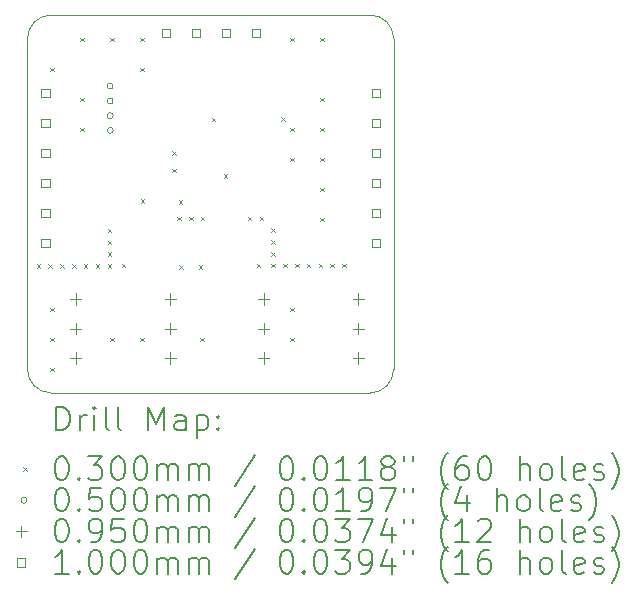
<source format=gbr>
%TF.GenerationSoftware,KiCad,Pcbnew,7.0.1*%
%TF.CreationDate,2023-07-15T19:28:22+02:00*%
%TF.ProjectId,ADS1115_POTENTIOMETER,41445331-3131-4355-9f50-4f54454e5449,1*%
%TF.SameCoordinates,Original*%
%TF.FileFunction,Drillmap*%
%TF.FilePolarity,Positive*%
%FSLAX45Y45*%
G04 Gerber Fmt 4.5, Leading zero omitted, Abs format (unit mm)*
G04 Created by KiCad (PCBNEW 7.0.1) date 2023-07-15 19:28:22*
%MOMM*%
%LPD*%
G01*
G04 APERTURE LIST*
%ADD10C,0.100000*%
%ADD11C,0.200000*%
%ADD12C,0.030000*%
%ADD13C,0.050000*%
%ADD14C,0.095000*%
G04 APERTURE END LIST*
D10*
X11739545Y-7881035D02*
G75*
G03*
X11939545Y-7681036I5J199995D01*
G01*
X8839554Y-7681036D02*
G75*
G03*
X9039545Y-7881036I199997J-4D01*
G01*
X11939545Y-7681036D02*
X11939545Y-4881037D01*
X11739545Y-4681037D02*
X9039545Y-4681037D01*
X11939553Y-4881037D02*
G75*
G03*
X11739545Y-4681037I-200004J-4D01*
G01*
X9039545Y-7881036D02*
X11739545Y-7881036D01*
X8839545Y-4881037D02*
X8839545Y-7681036D01*
X9039545Y-4681035D02*
G75*
G03*
X8839545Y-4881037I5J-200005D01*
G01*
D11*
D12*
X8917045Y-6791036D02*
X8947045Y-6821036D01*
X8947045Y-6791036D02*
X8917045Y-6821036D01*
X9017045Y-6791036D02*
X9047045Y-6821036D01*
X9047045Y-6791036D02*
X9017045Y-6821036D01*
X9031045Y-5126537D02*
X9061045Y-5156537D01*
X9061045Y-5126537D02*
X9031045Y-5156537D01*
X9031045Y-7158536D02*
X9061045Y-7188536D01*
X9061045Y-7158536D02*
X9031045Y-7188536D01*
X9031045Y-7412536D02*
X9061045Y-7442536D01*
X9061045Y-7412536D02*
X9031045Y-7442536D01*
X9031045Y-7666536D02*
X9061045Y-7696536D01*
X9061045Y-7666536D02*
X9031045Y-7696536D01*
X9117045Y-6791036D02*
X9147045Y-6821036D01*
X9147045Y-6791036D02*
X9117045Y-6821036D01*
X9217045Y-6791036D02*
X9247045Y-6821036D01*
X9247045Y-6791036D02*
X9217045Y-6821036D01*
X9285045Y-4872537D02*
X9315045Y-4902537D01*
X9315045Y-4872537D02*
X9285045Y-4902537D01*
X9285045Y-5380537D02*
X9315045Y-5410537D01*
X9315045Y-5380537D02*
X9285045Y-5410537D01*
X9285045Y-5634536D02*
X9315045Y-5664536D01*
X9315045Y-5634536D02*
X9285045Y-5664536D01*
X9317045Y-6791036D02*
X9347045Y-6821036D01*
X9347045Y-6791036D02*
X9317045Y-6821036D01*
X9417045Y-6791036D02*
X9447045Y-6821036D01*
X9447045Y-6791036D02*
X9417045Y-6821036D01*
X9517045Y-6491036D02*
X9547045Y-6521036D01*
X9547045Y-6491036D02*
X9517045Y-6521036D01*
X9517045Y-6591037D02*
X9547045Y-6621037D01*
X9547045Y-6591037D02*
X9517045Y-6621037D01*
X9517045Y-6691036D02*
X9547045Y-6721036D01*
X9547045Y-6691036D02*
X9517045Y-6721036D01*
X9517045Y-6791036D02*
X9547045Y-6821036D01*
X9547045Y-6791036D02*
X9517045Y-6821036D01*
X9539045Y-4872537D02*
X9569045Y-4902537D01*
X9569045Y-4872537D02*
X9539045Y-4902537D01*
X9539045Y-7412536D02*
X9569045Y-7442536D01*
X9569045Y-7412536D02*
X9539045Y-7442536D01*
X9637045Y-6788536D02*
X9667045Y-6818536D01*
X9667045Y-6788536D02*
X9637045Y-6818536D01*
X9793045Y-4872537D02*
X9823045Y-4902537D01*
X9823045Y-4872537D02*
X9793045Y-4902537D01*
X9793045Y-5126537D02*
X9823045Y-5156537D01*
X9823045Y-5126537D02*
X9793045Y-5156537D01*
X9793045Y-7412536D02*
X9823045Y-7442536D01*
X9823045Y-7412536D02*
X9793045Y-7442536D01*
X9799545Y-6241036D02*
X9829545Y-6271036D01*
X9829545Y-6241036D02*
X9799545Y-6271036D01*
X10067045Y-5833536D02*
X10097045Y-5863536D01*
X10097045Y-5833536D02*
X10067045Y-5863536D01*
X10067045Y-5981036D02*
X10097045Y-6011036D01*
X10097045Y-5981036D02*
X10067045Y-6011036D01*
X10107045Y-6388536D02*
X10137045Y-6418536D01*
X10137045Y-6388536D02*
X10107045Y-6418536D01*
X10119545Y-6251036D02*
X10149545Y-6281036D01*
X10149545Y-6251036D02*
X10119545Y-6281036D01*
X10124545Y-6798536D02*
X10154545Y-6828536D01*
X10154545Y-6798536D02*
X10124545Y-6828536D01*
X10207045Y-6388536D02*
X10237045Y-6418536D01*
X10237045Y-6388536D02*
X10207045Y-6418536D01*
X10289545Y-6798536D02*
X10319545Y-6828536D01*
X10319545Y-6798536D02*
X10289545Y-6828536D01*
X10301045Y-7412536D02*
X10331045Y-7442536D01*
X10331045Y-7412536D02*
X10301045Y-7442536D01*
X10307045Y-6388536D02*
X10337045Y-6418536D01*
X10337045Y-6388536D02*
X10307045Y-6418536D01*
X10398295Y-5551037D02*
X10428295Y-5581037D01*
X10428295Y-5551037D02*
X10398295Y-5581037D01*
X10499545Y-6031036D02*
X10529545Y-6061036D01*
X10529545Y-6031036D02*
X10499545Y-6061036D01*
X10704545Y-6388536D02*
X10734545Y-6418536D01*
X10734545Y-6388536D02*
X10704545Y-6418536D01*
X10779545Y-6788536D02*
X10809545Y-6818536D01*
X10809545Y-6788536D02*
X10779545Y-6818536D01*
X10804545Y-6388536D02*
X10834545Y-6418536D01*
X10834545Y-6388536D02*
X10804545Y-6418536D01*
X10904545Y-6488536D02*
X10934545Y-6518536D01*
X10934545Y-6488536D02*
X10904545Y-6518536D01*
X10904545Y-6588537D02*
X10934545Y-6618537D01*
X10934545Y-6588537D02*
X10904545Y-6618537D01*
X10904545Y-6688536D02*
X10934545Y-6718536D01*
X10934545Y-6688536D02*
X10904545Y-6718536D01*
X10904545Y-6788537D02*
X10934545Y-6818537D01*
X10934545Y-6788537D02*
X10904545Y-6818537D01*
X10985795Y-5548537D02*
X11015795Y-5578537D01*
X11015795Y-5548537D02*
X10985795Y-5578537D01*
X11004545Y-6788536D02*
X11034545Y-6818536D01*
X11034545Y-6788536D02*
X11004545Y-6818536D01*
X11063045Y-4872537D02*
X11093045Y-4902537D01*
X11093045Y-4872537D02*
X11063045Y-4902537D01*
X11063045Y-5634536D02*
X11093045Y-5664536D01*
X11093045Y-5634536D02*
X11063045Y-5664536D01*
X11063045Y-5888536D02*
X11093045Y-5918536D01*
X11093045Y-5888536D02*
X11063045Y-5918536D01*
X11063045Y-7158536D02*
X11093045Y-7188536D01*
X11093045Y-7158536D02*
X11063045Y-7188536D01*
X11063045Y-7412536D02*
X11093045Y-7442536D01*
X11093045Y-7412536D02*
X11063045Y-7442536D01*
X11104545Y-6788536D02*
X11134545Y-6818536D01*
X11134545Y-6788536D02*
X11104545Y-6818536D01*
X11204545Y-6788536D02*
X11234545Y-6818536D01*
X11234545Y-6788536D02*
X11204545Y-6818536D01*
X11304545Y-6788536D02*
X11334545Y-6818536D01*
X11334545Y-6788536D02*
X11304545Y-6818536D01*
X11317045Y-4872537D02*
X11347045Y-4902537D01*
X11347045Y-4872537D02*
X11317045Y-4902537D01*
X11317045Y-5380537D02*
X11347045Y-5410537D01*
X11347045Y-5380537D02*
X11317045Y-5410537D01*
X11317045Y-5634536D02*
X11347045Y-5664536D01*
X11347045Y-5634536D02*
X11317045Y-5664536D01*
X11317045Y-5888536D02*
X11347045Y-5918536D01*
X11347045Y-5888536D02*
X11317045Y-5918536D01*
X11317045Y-6142536D02*
X11347045Y-6172536D01*
X11347045Y-6142536D02*
X11317045Y-6172536D01*
X11317045Y-6396536D02*
X11347045Y-6426536D01*
X11347045Y-6396536D02*
X11317045Y-6426536D01*
X11404545Y-6788536D02*
X11434545Y-6818536D01*
X11434545Y-6788536D02*
X11404545Y-6818536D01*
X11504545Y-6788536D02*
X11534545Y-6818536D01*
X11534545Y-6788536D02*
X11504545Y-6818536D01*
D13*
X9564545Y-5283537D02*
G75*
G03*
X9564545Y-5283537I-25000J0D01*
G01*
X9564545Y-5408537D02*
G75*
G03*
X9564545Y-5408537I-25000J0D01*
G01*
X9564545Y-5533537D02*
G75*
G03*
X9564545Y-5533537I-25000J0D01*
G01*
X9564545Y-5658536D02*
G75*
G03*
X9564545Y-5658536I-25000J0D01*
G01*
D14*
X9247045Y-7038536D02*
X9247045Y-7133536D01*
X9199545Y-7086036D02*
X9294545Y-7086036D01*
X9247045Y-7288536D02*
X9247045Y-7383536D01*
X9199545Y-7336036D02*
X9294545Y-7336036D01*
X9247045Y-7538536D02*
X9247045Y-7633536D01*
X9199545Y-7586036D02*
X9294545Y-7586036D01*
X10047045Y-7038536D02*
X10047045Y-7133536D01*
X9999545Y-7086036D02*
X10094545Y-7086036D01*
X10047045Y-7288536D02*
X10047045Y-7383536D01*
X9999545Y-7336036D02*
X10094545Y-7336036D01*
X10047045Y-7538536D02*
X10047045Y-7633536D01*
X9999545Y-7586036D02*
X10094545Y-7586036D01*
X10839545Y-7038536D02*
X10839545Y-7133536D01*
X10792045Y-7086036D02*
X10887045Y-7086036D01*
X10839545Y-7288536D02*
X10839545Y-7383536D01*
X10792045Y-7336036D02*
X10887045Y-7336036D01*
X10839545Y-7538536D02*
X10839545Y-7633536D01*
X10792045Y-7586036D02*
X10887045Y-7586036D01*
X11639545Y-7038536D02*
X11639545Y-7133536D01*
X11592045Y-7086036D02*
X11687045Y-7086036D01*
X11639545Y-7288536D02*
X11639545Y-7383536D01*
X11592045Y-7336036D02*
X11687045Y-7336036D01*
X11639545Y-7538536D02*
X11639545Y-7633536D01*
X11592045Y-7586036D02*
X11687045Y-7586036D01*
D10*
X9026151Y-5378892D02*
X9026151Y-5308181D01*
X8955440Y-5308181D01*
X8955440Y-5378892D01*
X9026151Y-5378892D01*
X9026151Y-5632892D02*
X9026151Y-5562181D01*
X8955440Y-5562181D01*
X8955440Y-5632892D01*
X9026151Y-5632892D01*
X9026151Y-5886892D02*
X9026151Y-5816181D01*
X8955440Y-5816181D01*
X8955440Y-5886892D01*
X9026151Y-5886892D01*
X9026151Y-6140892D02*
X9026151Y-6070181D01*
X8955440Y-6070181D01*
X8955440Y-6140892D01*
X9026151Y-6140892D01*
X9026151Y-6394892D02*
X9026151Y-6324181D01*
X8955440Y-6324181D01*
X8955440Y-6394892D01*
X9026151Y-6394892D01*
X9026151Y-6648892D02*
X9026151Y-6578181D01*
X8955440Y-6578181D01*
X8955440Y-6648892D01*
X9026151Y-6648892D01*
X10045151Y-4870892D02*
X10045151Y-4800181D01*
X9974440Y-4800181D01*
X9974440Y-4870892D01*
X10045151Y-4870892D01*
X10299151Y-4870892D02*
X10299151Y-4800181D01*
X10228440Y-4800181D01*
X10228440Y-4870892D01*
X10299151Y-4870892D01*
X10553151Y-4870892D02*
X10553151Y-4800181D01*
X10482440Y-4800181D01*
X10482440Y-4870892D01*
X10553151Y-4870892D01*
X10807151Y-4870892D02*
X10807151Y-4800181D01*
X10736440Y-4800181D01*
X10736440Y-4870892D01*
X10807151Y-4870892D01*
X11826151Y-5378892D02*
X11826151Y-5308181D01*
X11755439Y-5308181D01*
X11755439Y-5378892D01*
X11826151Y-5378892D01*
X11826151Y-5632892D02*
X11826151Y-5562181D01*
X11755439Y-5562181D01*
X11755439Y-5632892D01*
X11826151Y-5632892D01*
X11826151Y-5886892D02*
X11826151Y-5816181D01*
X11755439Y-5816181D01*
X11755439Y-5886892D01*
X11826151Y-5886892D01*
X11826151Y-6140892D02*
X11826151Y-6070181D01*
X11755439Y-6070181D01*
X11755439Y-6140892D01*
X11826151Y-6140892D01*
X11826151Y-6394892D02*
X11826151Y-6324181D01*
X11755439Y-6324181D01*
X11755439Y-6394892D01*
X11826151Y-6394892D01*
X11826151Y-6648892D02*
X11826151Y-6578181D01*
X11755439Y-6578181D01*
X11755439Y-6648892D01*
X11826151Y-6648892D01*
D11*
X9082164Y-8198560D02*
X9082164Y-7998560D01*
X9082164Y-7998560D02*
X9129783Y-7998560D01*
X9129783Y-7998560D02*
X9158355Y-8008084D01*
X9158355Y-8008084D02*
X9177402Y-8027132D01*
X9177402Y-8027132D02*
X9186926Y-8046179D01*
X9186926Y-8046179D02*
X9196450Y-8084274D01*
X9196450Y-8084274D02*
X9196450Y-8112846D01*
X9196450Y-8112846D02*
X9186926Y-8150941D01*
X9186926Y-8150941D02*
X9177402Y-8169989D01*
X9177402Y-8169989D02*
X9158355Y-8189036D01*
X9158355Y-8189036D02*
X9129783Y-8198560D01*
X9129783Y-8198560D02*
X9082164Y-8198560D01*
X9282164Y-8198560D02*
X9282164Y-8065227D01*
X9282164Y-8103322D02*
X9291688Y-8084274D01*
X9291688Y-8084274D02*
X9301212Y-8074751D01*
X9301212Y-8074751D02*
X9320259Y-8065227D01*
X9320259Y-8065227D02*
X9339307Y-8065227D01*
X9405974Y-8198560D02*
X9405974Y-8065227D01*
X9405974Y-7998560D02*
X9396450Y-8008084D01*
X9396450Y-8008084D02*
X9405974Y-8017608D01*
X9405974Y-8017608D02*
X9415498Y-8008084D01*
X9415498Y-8008084D02*
X9405974Y-7998560D01*
X9405974Y-7998560D02*
X9405974Y-8017608D01*
X9529783Y-8198560D02*
X9510736Y-8189036D01*
X9510736Y-8189036D02*
X9501212Y-8169989D01*
X9501212Y-8169989D02*
X9501212Y-7998560D01*
X9634545Y-8198560D02*
X9615498Y-8189036D01*
X9615498Y-8189036D02*
X9605974Y-8169989D01*
X9605974Y-8169989D02*
X9605974Y-7998560D01*
X9863117Y-8198560D02*
X9863117Y-7998560D01*
X9863117Y-7998560D02*
X9929783Y-8141417D01*
X9929783Y-8141417D02*
X9996450Y-7998560D01*
X9996450Y-7998560D02*
X9996450Y-8198560D01*
X10177402Y-8198560D02*
X10177402Y-8093798D01*
X10177402Y-8093798D02*
X10167879Y-8074751D01*
X10167879Y-8074751D02*
X10148831Y-8065227D01*
X10148831Y-8065227D02*
X10110736Y-8065227D01*
X10110736Y-8065227D02*
X10091688Y-8074751D01*
X10177402Y-8189036D02*
X10158355Y-8198560D01*
X10158355Y-8198560D02*
X10110736Y-8198560D01*
X10110736Y-8198560D02*
X10091688Y-8189036D01*
X10091688Y-8189036D02*
X10082164Y-8169989D01*
X10082164Y-8169989D02*
X10082164Y-8150941D01*
X10082164Y-8150941D02*
X10091688Y-8131894D01*
X10091688Y-8131894D02*
X10110736Y-8122370D01*
X10110736Y-8122370D02*
X10158355Y-8122370D01*
X10158355Y-8122370D02*
X10177402Y-8112846D01*
X10272640Y-8065227D02*
X10272640Y-8265227D01*
X10272640Y-8074751D02*
X10291688Y-8065227D01*
X10291688Y-8065227D02*
X10329783Y-8065227D01*
X10329783Y-8065227D02*
X10348831Y-8074751D01*
X10348831Y-8074751D02*
X10358355Y-8084274D01*
X10358355Y-8084274D02*
X10367879Y-8103322D01*
X10367879Y-8103322D02*
X10367879Y-8160465D01*
X10367879Y-8160465D02*
X10358355Y-8179513D01*
X10358355Y-8179513D02*
X10348831Y-8189036D01*
X10348831Y-8189036D02*
X10329783Y-8198560D01*
X10329783Y-8198560D02*
X10291688Y-8198560D01*
X10291688Y-8198560D02*
X10272640Y-8189036D01*
X10453593Y-8179513D02*
X10463117Y-8189036D01*
X10463117Y-8189036D02*
X10453593Y-8198560D01*
X10453593Y-8198560D02*
X10444069Y-8189036D01*
X10444069Y-8189036D02*
X10453593Y-8179513D01*
X10453593Y-8179513D02*
X10453593Y-8198560D01*
X10453593Y-8074751D02*
X10463117Y-8084274D01*
X10463117Y-8084274D02*
X10453593Y-8093798D01*
X10453593Y-8093798D02*
X10444069Y-8084274D01*
X10444069Y-8084274D02*
X10453593Y-8074751D01*
X10453593Y-8074751D02*
X10453593Y-8093798D01*
D12*
X8804545Y-8511037D02*
X8834545Y-8541037D01*
X8834545Y-8511037D02*
X8804545Y-8541037D01*
D11*
X9120259Y-8418560D02*
X9139307Y-8418560D01*
X9139307Y-8418560D02*
X9158355Y-8428084D01*
X9158355Y-8428084D02*
X9167879Y-8437608D01*
X9167879Y-8437608D02*
X9177402Y-8456656D01*
X9177402Y-8456656D02*
X9186926Y-8494751D01*
X9186926Y-8494751D02*
X9186926Y-8542370D01*
X9186926Y-8542370D02*
X9177402Y-8580465D01*
X9177402Y-8580465D02*
X9167879Y-8599513D01*
X9167879Y-8599513D02*
X9158355Y-8609037D01*
X9158355Y-8609037D02*
X9139307Y-8618560D01*
X9139307Y-8618560D02*
X9120259Y-8618560D01*
X9120259Y-8618560D02*
X9101212Y-8609037D01*
X9101212Y-8609037D02*
X9091688Y-8599513D01*
X9091688Y-8599513D02*
X9082164Y-8580465D01*
X9082164Y-8580465D02*
X9072640Y-8542370D01*
X9072640Y-8542370D02*
X9072640Y-8494751D01*
X9072640Y-8494751D02*
X9082164Y-8456656D01*
X9082164Y-8456656D02*
X9091688Y-8437608D01*
X9091688Y-8437608D02*
X9101212Y-8428084D01*
X9101212Y-8428084D02*
X9120259Y-8418560D01*
X9272640Y-8599513D02*
X9282164Y-8609037D01*
X9282164Y-8609037D02*
X9272640Y-8618560D01*
X9272640Y-8618560D02*
X9263117Y-8609037D01*
X9263117Y-8609037D02*
X9272640Y-8599513D01*
X9272640Y-8599513D02*
X9272640Y-8618560D01*
X9348831Y-8418560D02*
X9472640Y-8418560D01*
X9472640Y-8418560D02*
X9405974Y-8494751D01*
X9405974Y-8494751D02*
X9434545Y-8494751D01*
X9434545Y-8494751D02*
X9453593Y-8504275D01*
X9453593Y-8504275D02*
X9463117Y-8513798D01*
X9463117Y-8513798D02*
X9472640Y-8532846D01*
X9472640Y-8532846D02*
X9472640Y-8580465D01*
X9472640Y-8580465D02*
X9463117Y-8599513D01*
X9463117Y-8599513D02*
X9453593Y-8609037D01*
X9453593Y-8609037D02*
X9434545Y-8618560D01*
X9434545Y-8618560D02*
X9377402Y-8618560D01*
X9377402Y-8618560D02*
X9358355Y-8609037D01*
X9358355Y-8609037D02*
X9348831Y-8599513D01*
X9596450Y-8418560D02*
X9615498Y-8418560D01*
X9615498Y-8418560D02*
X9634545Y-8428084D01*
X9634545Y-8428084D02*
X9644069Y-8437608D01*
X9644069Y-8437608D02*
X9653593Y-8456656D01*
X9653593Y-8456656D02*
X9663117Y-8494751D01*
X9663117Y-8494751D02*
X9663117Y-8542370D01*
X9663117Y-8542370D02*
X9653593Y-8580465D01*
X9653593Y-8580465D02*
X9644069Y-8599513D01*
X9644069Y-8599513D02*
X9634545Y-8609037D01*
X9634545Y-8609037D02*
X9615498Y-8618560D01*
X9615498Y-8618560D02*
X9596450Y-8618560D01*
X9596450Y-8618560D02*
X9577402Y-8609037D01*
X9577402Y-8609037D02*
X9567879Y-8599513D01*
X9567879Y-8599513D02*
X9558355Y-8580465D01*
X9558355Y-8580465D02*
X9548831Y-8542370D01*
X9548831Y-8542370D02*
X9548831Y-8494751D01*
X9548831Y-8494751D02*
X9558355Y-8456656D01*
X9558355Y-8456656D02*
X9567879Y-8437608D01*
X9567879Y-8437608D02*
X9577402Y-8428084D01*
X9577402Y-8428084D02*
X9596450Y-8418560D01*
X9786926Y-8418560D02*
X9805974Y-8418560D01*
X9805974Y-8418560D02*
X9825021Y-8428084D01*
X9825021Y-8428084D02*
X9834545Y-8437608D01*
X9834545Y-8437608D02*
X9844069Y-8456656D01*
X9844069Y-8456656D02*
X9853593Y-8494751D01*
X9853593Y-8494751D02*
X9853593Y-8542370D01*
X9853593Y-8542370D02*
X9844069Y-8580465D01*
X9844069Y-8580465D02*
X9834545Y-8599513D01*
X9834545Y-8599513D02*
X9825021Y-8609037D01*
X9825021Y-8609037D02*
X9805974Y-8618560D01*
X9805974Y-8618560D02*
X9786926Y-8618560D01*
X9786926Y-8618560D02*
X9767879Y-8609037D01*
X9767879Y-8609037D02*
X9758355Y-8599513D01*
X9758355Y-8599513D02*
X9748831Y-8580465D01*
X9748831Y-8580465D02*
X9739307Y-8542370D01*
X9739307Y-8542370D02*
X9739307Y-8494751D01*
X9739307Y-8494751D02*
X9748831Y-8456656D01*
X9748831Y-8456656D02*
X9758355Y-8437608D01*
X9758355Y-8437608D02*
X9767879Y-8428084D01*
X9767879Y-8428084D02*
X9786926Y-8418560D01*
X9939307Y-8618560D02*
X9939307Y-8485227D01*
X9939307Y-8504275D02*
X9948831Y-8494751D01*
X9948831Y-8494751D02*
X9967879Y-8485227D01*
X9967879Y-8485227D02*
X9996450Y-8485227D01*
X9996450Y-8485227D02*
X10015498Y-8494751D01*
X10015498Y-8494751D02*
X10025021Y-8513798D01*
X10025021Y-8513798D02*
X10025021Y-8618560D01*
X10025021Y-8513798D02*
X10034545Y-8494751D01*
X10034545Y-8494751D02*
X10053593Y-8485227D01*
X10053593Y-8485227D02*
X10082164Y-8485227D01*
X10082164Y-8485227D02*
X10101212Y-8494751D01*
X10101212Y-8494751D02*
X10110736Y-8513798D01*
X10110736Y-8513798D02*
X10110736Y-8618560D01*
X10205974Y-8618560D02*
X10205974Y-8485227D01*
X10205974Y-8504275D02*
X10215498Y-8494751D01*
X10215498Y-8494751D02*
X10234545Y-8485227D01*
X10234545Y-8485227D02*
X10263117Y-8485227D01*
X10263117Y-8485227D02*
X10282164Y-8494751D01*
X10282164Y-8494751D02*
X10291688Y-8513798D01*
X10291688Y-8513798D02*
X10291688Y-8618560D01*
X10291688Y-8513798D02*
X10301212Y-8494751D01*
X10301212Y-8494751D02*
X10320260Y-8485227D01*
X10320260Y-8485227D02*
X10348831Y-8485227D01*
X10348831Y-8485227D02*
X10367879Y-8494751D01*
X10367879Y-8494751D02*
X10377402Y-8513798D01*
X10377402Y-8513798D02*
X10377402Y-8618560D01*
X10767879Y-8409037D02*
X10596450Y-8666179D01*
X11025022Y-8418560D02*
X11044069Y-8418560D01*
X11044069Y-8418560D02*
X11063117Y-8428084D01*
X11063117Y-8428084D02*
X11072641Y-8437608D01*
X11072641Y-8437608D02*
X11082164Y-8456656D01*
X11082164Y-8456656D02*
X11091688Y-8494751D01*
X11091688Y-8494751D02*
X11091688Y-8542370D01*
X11091688Y-8542370D02*
X11082164Y-8580465D01*
X11082164Y-8580465D02*
X11072641Y-8599513D01*
X11072641Y-8599513D02*
X11063117Y-8609037D01*
X11063117Y-8609037D02*
X11044069Y-8618560D01*
X11044069Y-8618560D02*
X11025022Y-8618560D01*
X11025022Y-8618560D02*
X11005974Y-8609037D01*
X11005974Y-8609037D02*
X10996450Y-8599513D01*
X10996450Y-8599513D02*
X10986926Y-8580465D01*
X10986926Y-8580465D02*
X10977403Y-8542370D01*
X10977403Y-8542370D02*
X10977403Y-8494751D01*
X10977403Y-8494751D02*
X10986926Y-8456656D01*
X10986926Y-8456656D02*
X10996450Y-8437608D01*
X10996450Y-8437608D02*
X11005974Y-8428084D01*
X11005974Y-8428084D02*
X11025022Y-8418560D01*
X11177403Y-8599513D02*
X11186926Y-8609037D01*
X11186926Y-8609037D02*
X11177403Y-8618560D01*
X11177403Y-8618560D02*
X11167879Y-8609037D01*
X11167879Y-8609037D02*
X11177403Y-8599513D01*
X11177403Y-8599513D02*
X11177403Y-8618560D01*
X11310736Y-8418560D02*
X11329783Y-8418560D01*
X11329783Y-8418560D02*
X11348831Y-8428084D01*
X11348831Y-8428084D02*
X11358355Y-8437608D01*
X11358355Y-8437608D02*
X11367879Y-8456656D01*
X11367879Y-8456656D02*
X11377402Y-8494751D01*
X11377402Y-8494751D02*
X11377402Y-8542370D01*
X11377402Y-8542370D02*
X11367879Y-8580465D01*
X11367879Y-8580465D02*
X11358355Y-8599513D01*
X11358355Y-8599513D02*
X11348831Y-8609037D01*
X11348831Y-8609037D02*
X11329783Y-8618560D01*
X11329783Y-8618560D02*
X11310736Y-8618560D01*
X11310736Y-8618560D02*
X11291688Y-8609037D01*
X11291688Y-8609037D02*
X11282164Y-8599513D01*
X11282164Y-8599513D02*
X11272641Y-8580465D01*
X11272641Y-8580465D02*
X11263117Y-8542370D01*
X11263117Y-8542370D02*
X11263117Y-8494751D01*
X11263117Y-8494751D02*
X11272641Y-8456656D01*
X11272641Y-8456656D02*
X11282164Y-8437608D01*
X11282164Y-8437608D02*
X11291688Y-8428084D01*
X11291688Y-8428084D02*
X11310736Y-8418560D01*
X11567879Y-8618560D02*
X11453593Y-8618560D01*
X11510736Y-8618560D02*
X11510736Y-8418560D01*
X11510736Y-8418560D02*
X11491688Y-8447132D01*
X11491688Y-8447132D02*
X11472641Y-8466179D01*
X11472641Y-8466179D02*
X11453593Y-8475703D01*
X11758355Y-8618560D02*
X11644069Y-8618560D01*
X11701212Y-8618560D02*
X11701212Y-8418560D01*
X11701212Y-8418560D02*
X11682164Y-8447132D01*
X11682164Y-8447132D02*
X11663117Y-8466179D01*
X11663117Y-8466179D02*
X11644069Y-8475703D01*
X11872641Y-8504275D02*
X11853593Y-8494751D01*
X11853593Y-8494751D02*
X11844069Y-8485227D01*
X11844069Y-8485227D02*
X11834545Y-8466179D01*
X11834545Y-8466179D02*
X11834545Y-8456656D01*
X11834545Y-8456656D02*
X11844069Y-8437608D01*
X11844069Y-8437608D02*
X11853593Y-8428084D01*
X11853593Y-8428084D02*
X11872641Y-8418560D01*
X11872641Y-8418560D02*
X11910736Y-8418560D01*
X11910736Y-8418560D02*
X11929783Y-8428084D01*
X11929783Y-8428084D02*
X11939307Y-8437608D01*
X11939307Y-8437608D02*
X11948831Y-8456656D01*
X11948831Y-8456656D02*
X11948831Y-8466179D01*
X11948831Y-8466179D02*
X11939307Y-8485227D01*
X11939307Y-8485227D02*
X11929783Y-8494751D01*
X11929783Y-8494751D02*
X11910736Y-8504275D01*
X11910736Y-8504275D02*
X11872641Y-8504275D01*
X11872641Y-8504275D02*
X11853593Y-8513798D01*
X11853593Y-8513798D02*
X11844069Y-8523322D01*
X11844069Y-8523322D02*
X11834545Y-8542370D01*
X11834545Y-8542370D02*
X11834545Y-8580465D01*
X11834545Y-8580465D02*
X11844069Y-8599513D01*
X11844069Y-8599513D02*
X11853593Y-8609037D01*
X11853593Y-8609037D02*
X11872641Y-8618560D01*
X11872641Y-8618560D02*
X11910736Y-8618560D01*
X11910736Y-8618560D02*
X11929783Y-8609037D01*
X11929783Y-8609037D02*
X11939307Y-8599513D01*
X11939307Y-8599513D02*
X11948831Y-8580465D01*
X11948831Y-8580465D02*
X11948831Y-8542370D01*
X11948831Y-8542370D02*
X11939307Y-8523322D01*
X11939307Y-8523322D02*
X11929783Y-8513798D01*
X11929783Y-8513798D02*
X11910736Y-8504275D01*
X12025022Y-8418560D02*
X12025022Y-8456656D01*
X12101212Y-8418560D02*
X12101212Y-8456656D01*
X12396450Y-8694751D02*
X12386926Y-8685227D01*
X12386926Y-8685227D02*
X12367879Y-8656656D01*
X12367879Y-8656656D02*
X12358355Y-8637608D01*
X12358355Y-8637608D02*
X12348831Y-8609037D01*
X12348831Y-8609037D02*
X12339307Y-8561417D01*
X12339307Y-8561417D02*
X12339307Y-8523322D01*
X12339307Y-8523322D02*
X12348831Y-8475703D01*
X12348831Y-8475703D02*
X12358355Y-8447132D01*
X12358355Y-8447132D02*
X12367879Y-8428084D01*
X12367879Y-8428084D02*
X12386926Y-8399513D01*
X12386926Y-8399513D02*
X12396450Y-8389989D01*
X12558355Y-8418560D02*
X12520260Y-8418560D01*
X12520260Y-8418560D02*
X12501212Y-8428084D01*
X12501212Y-8428084D02*
X12491688Y-8437608D01*
X12491688Y-8437608D02*
X12472641Y-8466179D01*
X12472641Y-8466179D02*
X12463117Y-8504275D01*
X12463117Y-8504275D02*
X12463117Y-8580465D01*
X12463117Y-8580465D02*
X12472641Y-8599513D01*
X12472641Y-8599513D02*
X12482164Y-8609037D01*
X12482164Y-8609037D02*
X12501212Y-8618560D01*
X12501212Y-8618560D02*
X12539307Y-8618560D01*
X12539307Y-8618560D02*
X12558355Y-8609037D01*
X12558355Y-8609037D02*
X12567879Y-8599513D01*
X12567879Y-8599513D02*
X12577403Y-8580465D01*
X12577403Y-8580465D02*
X12577403Y-8532846D01*
X12577403Y-8532846D02*
X12567879Y-8513798D01*
X12567879Y-8513798D02*
X12558355Y-8504275D01*
X12558355Y-8504275D02*
X12539307Y-8494751D01*
X12539307Y-8494751D02*
X12501212Y-8494751D01*
X12501212Y-8494751D02*
X12482164Y-8504275D01*
X12482164Y-8504275D02*
X12472641Y-8513798D01*
X12472641Y-8513798D02*
X12463117Y-8532846D01*
X12701212Y-8418560D02*
X12720260Y-8418560D01*
X12720260Y-8418560D02*
X12739307Y-8428084D01*
X12739307Y-8428084D02*
X12748831Y-8437608D01*
X12748831Y-8437608D02*
X12758355Y-8456656D01*
X12758355Y-8456656D02*
X12767879Y-8494751D01*
X12767879Y-8494751D02*
X12767879Y-8542370D01*
X12767879Y-8542370D02*
X12758355Y-8580465D01*
X12758355Y-8580465D02*
X12748831Y-8599513D01*
X12748831Y-8599513D02*
X12739307Y-8609037D01*
X12739307Y-8609037D02*
X12720260Y-8618560D01*
X12720260Y-8618560D02*
X12701212Y-8618560D01*
X12701212Y-8618560D02*
X12682164Y-8609037D01*
X12682164Y-8609037D02*
X12672641Y-8599513D01*
X12672641Y-8599513D02*
X12663117Y-8580465D01*
X12663117Y-8580465D02*
X12653593Y-8542370D01*
X12653593Y-8542370D02*
X12653593Y-8494751D01*
X12653593Y-8494751D02*
X12663117Y-8456656D01*
X12663117Y-8456656D02*
X12672641Y-8437608D01*
X12672641Y-8437608D02*
X12682164Y-8428084D01*
X12682164Y-8428084D02*
X12701212Y-8418560D01*
X13005974Y-8618560D02*
X13005974Y-8418560D01*
X13091688Y-8618560D02*
X13091688Y-8513798D01*
X13091688Y-8513798D02*
X13082165Y-8494751D01*
X13082165Y-8494751D02*
X13063117Y-8485227D01*
X13063117Y-8485227D02*
X13034545Y-8485227D01*
X13034545Y-8485227D02*
X13015498Y-8494751D01*
X13015498Y-8494751D02*
X13005974Y-8504275D01*
X13215498Y-8618560D02*
X13196450Y-8609037D01*
X13196450Y-8609037D02*
X13186926Y-8599513D01*
X13186926Y-8599513D02*
X13177403Y-8580465D01*
X13177403Y-8580465D02*
X13177403Y-8523322D01*
X13177403Y-8523322D02*
X13186926Y-8504275D01*
X13186926Y-8504275D02*
X13196450Y-8494751D01*
X13196450Y-8494751D02*
X13215498Y-8485227D01*
X13215498Y-8485227D02*
X13244069Y-8485227D01*
X13244069Y-8485227D02*
X13263117Y-8494751D01*
X13263117Y-8494751D02*
X13272641Y-8504275D01*
X13272641Y-8504275D02*
X13282165Y-8523322D01*
X13282165Y-8523322D02*
X13282165Y-8580465D01*
X13282165Y-8580465D02*
X13272641Y-8599513D01*
X13272641Y-8599513D02*
X13263117Y-8609037D01*
X13263117Y-8609037D02*
X13244069Y-8618560D01*
X13244069Y-8618560D02*
X13215498Y-8618560D01*
X13396450Y-8618560D02*
X13377403Y-8609037D01*
X13377403Y-8609037D02*
X13367879Y-8589989D01*
X13367879Y-8589989D02*
X13367879Y-8418560D01*
X13548831Y-8609037D02*
X13529784Y-8618560D01*
X13529784Y-8618560D02*
X13491688Y-8618560D01*
X13491688Y-8618560D02*
X13472641Y-8609037D01*
X13472641Y-8609037D02*
X13463117Y-8589989D01*
X13463117Y-8589989D02*
X13463117Y-8513798D01*
X13463117Y-8513798D02*
X13472641Y-8494751D01*
X13472641Y-8494751D02*
X13491688Y-8485227D01*
X13491688Y-8485227D02*
X13529784Y-8485227D01*
X13529784Y-8485227D02*
X13548831Y-8494751D01*
X13548831Y-8494751D02*
X13558355Y-8513798D01*
X13558355Y-8513798D02*
X13558355Y-8532846D01*
X13558355Y-8532846D02*
X13463117Y-8551894D01*
X13634546Y-8609037D02*
X13653593Y-8618560D01*
X13653593Y-8618560D02*
X13691688Y-8618560D01*
X13691688Y-8618560D02*
X13710736Y-8609037D01*
X13710736Y-8609037D02*
X13720260Y-8589989D01*
X13720260Y-8589989D02*
X13720260Y-8580465D01*
X13720260Y-8580465D02*
X13710736Y-8561417D01*
X13710736Y-8561417D02*
X13691688Y-8551894D01*
X13691688Y-8551894D02*
X13663117Y-8551894D01*
X13663117Y-8551894D02*
X13644069Y-8542370D01*
X13644069Y-8542370D02*
X13634546Y-8523322D01*
X13634546Y-8523322D02*
X13634546Y-8513798D01*
X13634546Y-8513798D02*
X13644069Y-8494751D01*
X13644069Y-8494751D02*
X13663117Y-8485227D01*
X13663117Y-8485227D02*
X13691688Y-8485227D01*
X13691688Y-8485227D02*
X13710736Y-8494751D01*
X13786927Y-8694751D02*
X13796450Y-8685227D01*
X13796450Y-8685227D02*
X13815498Y-8656656D01*
X13815498Y-8656656D02*
X13825022Y-8637608D01*
X13825022Y-8637608D02*
X13834546Y-8609037D01*
X13834546Y-8609037D02*
X13844069Y-8561417D01*
X13844069Y-8561417D02*
X13844069Y-8523322D01*
X13844069Y-8523322D02*
X13834546Y-8475703D01*
X13834546Y-8475703D02*
X13825022Y-8447132D01*
X13825022Y-8447132D02*
X13815498Y-8428084D01*
X13815498Y-8428084D02*
X13796450Y-8399513D01*
X13796450Y-8399513D02*
X13786927Y-8389989D01*
D13*
X8834545Y-8790037D02*
G75*
G03*
X8834545Y-8790037I-25000J0D01*
G01*
D11*
X9120259Y-8682560D02*
X9139307Y-8682560D01*
X9139307Y-8682560D02*
X9158355Y-8692084D01*
X9158355Y-8692084D02*
X9167879Y-8701608D01*
X9167879Y-8701608D02*
X9177402Y-8720656D01*
X9177402Y-8720656D02*
X9186926Y-8758751D01*
X9186926Y-8758751D02*
X9186926Y-8806370D01*
X9186926Y-8806370D02*
X9177402Y-8844465D01*
X9177402Y-8844465D02*
X9167879Y-8863513D01*
X9167879Y-8863513D02*
X9158355Y-8873037D01*
X9158355Y-8873037D02*
X9139307Y-8882560D01*
X9139307Y-8882560D02*
X9120259Y-8882560D01*
X9120259Y-8882560D02*
X9101212Y-8873037D01*
X9101212Y-8873037D02*
X9091688Y-8863513D01*
X9091688Y-8863513D02*
X9082164Y-8844465D01*
X9082164Y-8844465D02*
X9072640Y-8806370D01*
X9072640Y-8806370D02*
X9072640Y-8758751D01*
X9072640Y-8758751D02*
X9082164Y-8720656D01*
X9082164Y-8720656D02*
X9091688Y-8701608D01*
X9091688Y-8701608D02*
X9101212Y-8692084D01*
X9101212Y-8692084D02*
X9120259Y-8682560D01*
X9272640Y-8863513D02*
X9282164Y-8873037D01*
X9282164Y-8873037D02*
X9272640Y-8882560D01*
X9272640Y-8882560D02*
X9263117Y-8873037D01*
X9263117Y-8873037D02*
X9272640Y-8863513D01*
X9272640Y-8863513D02*
X9272640Y-8882560D01*
X9463117Y-8682560D02*
X9367879Y-8682560D01*
X9367879Y-8682560D02*
X9358355Y-8777798D01*
X9358355Y-8777798D02*
X9367879Y-8768275D01*
X9367879Y-8768275D02*
X9386926Y-8758751D01*
X9386926Y-8758751D02*
X9434545Y-8758751D01*
X9434545Y-8758751D02*
X9453593Y-8768275D01*
X9453593Y-8768275D02*
X9463117Y-8777798D01*
X9463117Y-8777798D02*
X9472640Y-8796846D01*
X9472640Y-8796846D02*
X9472640Y-8844465D01*
X9472640Y-8844465D02*
X9463117Y-8863513D01*
X9463117Y-8863513D02*
X9453593Y-8873037D01*
X9453593Y-8873037D02*
X9434545Y-8882560D01*
X9434545Y-8882560D02*
X9386926Y-8882560D01*
X9386926Y-8882560D02*
X9367879Y-8873037D01*
X9367879Y-8873037D02*
X9358355Y-8863513D01*
X9596450Y-8682560D02*
X9615498Y-8682560D01*
X9615498Y-8682560D02*
X9634545Y-8692084D01*
X9634545Y-8692084D02*
X9644069Y-8701608D01*
X9644069Y-8701608D02*
X9653593Y-8720656D01*
X9653593Y-8720656D02*
X9663117Y-8758751D01*
X9663117Y-8758751D02*
X9663117Y-8806370D01*
X9663117Y-8806370D02*
X9653593Y-8844465D01*
X9653593Y-8844465D02*
X9644069Y-8863513D01*
X9644069Y-8863513D02*
X9634545Y-8873037D01*
X9634545Y-8873037D02*
X9615498Y-8882560D01*
X9615498Y-8882560D02*
X9596450Y-8882560D01*
X9596450Y-8882560D02*
X9577402Y-8873037D01*
X9577402Y-8873037D02*
X9567879Y-8863513D01*
X9567879Y-8863513D02*
X9558355Y-8844465D01*
X9558355Y-8844465D02*
X9548831Y-8806370D01*
X9548831Y-8806370D02*
X9548831Y-8758751D01*
X9548831Y-8758751D02*
X9558355Y-8720656D01*
X9558355Y-8720656D02*
X9567879Y-8701608D01*
X9567879Y-8701608D02*
X9577402Y-8692084D01*
X9577402Y-8692084D02*
X9596450Y-8682560D01*
X9786926Y-8682560D02*
X9805974Y-8682560D01*
X9805974Y-8682560D02*
X9825021Y-8692084D01*
X9825021Y-8692084D02*
X9834545Y-8701608D01*
X9834545Y-8701608D02*
X9844069Y-8720656D01*
X9844069Y-8720656D02*
X9853593Y-8758751D01*
X9853593Y-8758751D02*
X9853593Y-8806370D01*
X9853593Y-8806370D02*
X9844069Y-8844465D01*
X9844069Y-8844465D02*
X9834545Y-8863513D01*
X9834545Y-8863513D02*
X9825021Y-8873037D01*
X9825021Y-8873037D02*
X9805974Y-8882560D01*
X9805974Y-8882560D02*
X9786926Y-8882560D01*
X9786926Y-8882560D02*
X9767879Y-8873037D01*
X9767879Y-8873037D02*
X9758355Y-8863513D01*
X9758355Y-8863513D02*
X9748831Y-8844465D01*
X9748831Y-8844465D02*
X9739307Y-8806370D01*
X9739307Y-8806370D02*
X9739307Y-8758751D01*
X9739307Y-8758751D02*
X9748831Y-8720656D01*
X9748831Y-8720656D02*
X9758355Y-8701608D01*
X9758355Y-8701608D02*
X9767879Y-8692084D01*
X9767879Y-8692084D02*
X9786926Y-8682560D01*
X9939307Y-8882560D02*
X9939307Y-8749227D01*
X9939307Y-8768275D02*
X9948831Y-8758751D01*
X9948831Y-8758751D02*
X9967879Y-8749227D01*
X9967879Y-8749227D02*
X9996450Y-8749227D01*
X9996450Y-8749227D02*
X10015498Y-8758751D01*
X10015498Y-8758751D02*
X10025021Y-8777798D01*
X10025021Y-8777798D02*
X10025021Y-8882560D01*
X10025021Y-8777798D02*
X10034545Y-8758751D01*
X10034545Y-8758751D02*
X10053593Y-8749227D01*
X10053593Y-8749227D02*
X10082164Y-8749227D01*
X10082164Y-8749227D02*
X10101212Y-8758751D01*
X10101212Y-8758751D02*
X10110736Y-8777798D01*
X10110736Y-8777798D02*
X10110736Y-8882560D01*
X10205974Y-8882560D02*
X10205974Y-8749227D01*
X10205974Y-8768275D02*
X10215498Y-8758751D01*
X10215498Y-8758751D02*
X10234545Y-8749227D01*
X10234545Y-8749227D02*
X10263117Y-8749227D01*
X10263117Y-8749227D02*
X10282164Y-8758751D01*
X10282164Y-8758751D02*
X10291688Y-8777798D01*
X10291688Y-8777798D02*
X10291688Y-8882560D01*
X10291688Y-8777798D02*
X10301212Y-8758751D01*
X10301212Y-8758751D02*
X10320260Y-8749227D01*
X10320260Y-8749227D02*
X10348831Y-8749227D01*
X10348831Y-8749227D02*
X10367879Y-8758751D01*
X10367879Y-8758751D02*
X10377402Y-8777798D01*
X10377402Y-8777798D02*
X10377402Y-8882560D01*
X10767879Y-8673037D02*
X10596450Y-8930179D01*
X11025022Y-8682560D02*
X11044069Y-8682560D01*
X11044069Y-8682560D02*
X11063117Y-8692084D01*
X11063117Y-8692084D02*
X11072641Y-8701608D01*
X11072641Y-8701608D02*
X11082164Y-8720656D01*
X11082164Y-8720656D02*
X11091688Y-8758751D01*
X11091688Y-8758751D02*
X11091688Y-8806370D01*
X11091688Y-8806370D02*
X11082164Y-8844465D01*
X11082164Y-8844465D02*
X11072641Y-8863513D01*
X11072641Y-8863513D02*
X11063117Y-8873037D01*
X11063117Y-8873037D02*
X11044069Y-8882560D01*
X11044069Y-8882560D02*
X11025022Y-8882560D01*
X11025022Y-8882560D02*
X11005974Y-8873037D01*
X11005974Y-8873037D02*
X10996450Y-8863513D01*
X10996450Y-8863513D02*
X10986926Y-8844465D01*
X10986926Y-8844465D02*
X10977403Y-8806370D01*
X10977403Y-8806370D02*
X10977403Y-8758751D01*
X10977403Y-8758751D02*
X10986926Y-8720656D01*
X10986926Y-8720656D02*
X10996450Y-8701608D01*
X10996450Y-8701608D02*
X11005974Y-8692084D01*
X11005974Y-8692084D02*
X11025022Y-8682560D01*
X11177403Y-8863513D02*
X11186926Y-8873037D01*
X11186926Y-8873037D02*
X11177403Y-8882560D01*
X11177403Y-8882560D02*
X11167879Y-8873037D01*
X11167879Y-8873037D02*
X11177403Y-8863513D01*
X11177403Y-8863513D02*
X11177403Y-8882560D01*
X11310736Y-8682560D02*
X11329783Y-8682560D01*
X11329783Y-8682560D02*
X11348831Y-8692084D01*
X11348831Y-8692084D02*
X11358355Y-8701608D01*
X11358355Y-8701608D02*
X11367879Y-8720656D01*
X11367879Y-8720656D02*
X11377402Y-8758751D01*
X11377402Y-8758751D02*
X11377402Y-8806370D01*
X11377402Y-8806370D02*
X11367879Y-8844465D01*
X11367879Y-8844465D02*
X11358355Y-8863513D01*
X11358355Y-8863513D02*
X11348831Y-8873037D01*
X11348831Y-8873037D02*
X11329783Y-8882560D01*
X11329783Y-8882560D02*
X11310736Y-8882560D01*
X11310736Y-8882560D02*
X11291688Y-8873037D01*
X11291688Y-8873037D02*
X11282164Y-8863513D01*
X11282164Y-8863513D02*
X11272641Y-8844465D01*
X11272641Y-8844465D02*
X11263117Y-8806370D01*
X11263117Y-8806370D02*
X11263117Y-8758751D01*
X11263117Y-8758751D02*
X11272641Y-8720656D01*
X11272641Y-8720656D02*
X11282164Y-8701608D01*
X11282164Y-8701608D02*
X11291688Y-8692084D01*
X11291688Y-8692084D02*
X11310736Y-8682560D01*
X11567879Y-8882560D02*
X11453593Y-8882560D01*
X11510736Y-8882560D02*
X11510736Y-8682560D01*
X11510736Y-8682560D02*
X11491688Y-8711132D01*
X11491688Y-8711132D02*
X11472641Y-8730179D01*
X11472641Y-8730179D02*
X11453593Y-8739703D01*
X11663117Y-8882560D02*
X11701212Y-8882560D01*
X11701212Y-8882560D02*
X11720260Y-8873037D01*
X11720260Y-8873037D02*
X11729783Y-8863513D01*
X11729783Y-8863513D02*
X11748831Y-8834941D01*
X11748831Y-8834941D02*
X11758355Y-8796846D01*
X11758355Y-8796846D02*
X11758355Y-8720656D01*
X11758355Y-8720656D02*
X11748831Y-8701608D01*
X11748831Y-8701608D02*
X11739307Y-8692084D01*
X11739307Y-8692084D02*
X11720260Y-8682560D01*
X11720260Y-8682560D02*
X11682164Y-8682560D01*
X11682164Y-8682560D02*
X11663117Y-8692084D01*
X11663117Y-8692084D02*
X11653593Y-8701608D01*
X11653593Y-8701608D02*
X11644069Y-8720656D01*
X11644069Y-8720656D02*
X11644069Y-8768275D01*
X11644069Y-8768275D02*
X11653593Y-8787322D01*
X11653593Y-8787322D02*
X11663117Y-8796846D01*
X11663117Y-8796846D02*
X11682164Y-8806370D01*
X11682164Y-8806370D02*
X11720260Y-8806370D01*
X11720260Y-8806370D02*
X11739307Y-8796846D01*
X11739307Y-8796846D02*
X11748831Y-8787322D01*
X11748831Y-8787322D02*
X11758355Y-8768275D01*
X11825022Y-8682560D02*
X11958355Y-8682560D01*
X11958355Y-8682560D02*
X11872641Y-8882560D01*
X12025022Y-8682560D02*
X12025022Y-8720656D01*
X12101212Y-8682560D02*
X12101212Y-8720656D01*
X12396450Y-8958751D02*
X12386926Y-8949227D01*
X12386926Y-8949227D02*
X12367879Y-8920656D01*
X12367879Y-8920656D02*
X12358355Y-8901608D01*
X12358355Y-8901608D02*
X12348831Y-8873037D01*
X12348831Y-8873037D02*
X12339307Y-8825417D01*
X12339307Y-8825417D02*
X12339307Y-8787322D01*
X12339307Y-8787322D02*
X12348831Y-8739703D01*
X12348831Y-8739703D02*
X12358355Y-8711132D01*
X12358355Y-8711132D02*
X12367879Y-8692084D01*
X12367879Y-8692084D02*
X12386926Y-8663513D01*
X12386926Y-8663513D02*
X12396450Y-8653989D01*
X12558355Y-8749227D02*
X12558355Y-8882560D01*
X12510736Y-8673037D02*
X12463117Y-8815894D01*
X12463117Y-8815894D02*
X12586926Y-8815894D01*
X12815498Y-8882560D02*
X12815498Y-8682560D01*
X12901212Y-8882560D02*
X12901212Y-8777798D01*
X12901212Y-8777798D02*
X12891688Y-8758751D01*
X12891688Y-8758751D02*
X12872641Y-8749227D01*
X12872641Y-8749227D02*
X12844069Y-8749227D01*
X12844069Y-8749227D02*
X12825022Y-8758751D01*
X12825022Y-8758751D02*
X12815498Y-8768275D01*
X13025022Y-8882560D02*
X13005974Y-8873037D01*
X13005974Y-8873037D02*
X12996450Y-8863513D01*
X12996450Y-8863513D02*
X12986926Y-8844465D01*
X12986926Y-8844465D02*
X12986926Y-8787322D01*
X12986926Y-8787322D02*
X12996450Y-8768275D01*
X12996450Y-8768275D02*
X13005974Y-8758751D01*
X13005974Y-8758751D02*
X13025022Y-8749227D01*
X13025022Y-8749227D02*
X13053593Y-8749227D01*
X13053593Y-8749227D02*
X13072641Y-8758751D01*
X13072641Y-8758751D02*
X13082165Y-8768275D01*
X13082165Y-8768275D02*
X13091688Y-8787322D01*
X13091688Y-8787322D02*
X13091688Y-8844465D01*
X13091688Y-8844465D02*
X13082165Y-8863513D01*
X13082165Y-8863513D02*
X13072641Y-8873037D01*
X13072641Y-8873037D02*
X13053593Y-8882560D01*
X13053593Y-8882560D02*
X13025022Y-8882560D01*
X13205974Y-8882560D02*
X13186926Y-8873037D01*
X13186926Y-8873037D02*
X13177403Y-8853989D01*
X13177403Y-8853989D02*
X13177403Y-8682560D01*
X13358355Y-8873037D02*
X13339307Y-8882560D01*
X13339307Y-8882560D02*
X13301212Y-8882560D01*
X13301212Y-8882560D02*
X13282165Y-8873037D01*
X13282165Y-8873037D02*
X13272641Y-8853989D01*
X13272641Y-8853989D02*
X13272641Y-8777798D01*
X13272641Y-8777798D02*
X13282165Y-8758751D01*
X13282165Y-8758751D02*
X13301212Y-8749227D01*
X13301212Y-8749227D02*
X13339307Y-8749227D01*
X13339307Y-8749227D02*
X13358355Y-8758751D01*
X13358355Y-8758751D02*
X13367879Y-8777798D01*
X13367879Y-8777798D02*
X13367879Y-8796846D01*
X13367879Y-8796846D02*
X13272641Y-8815894D01*
X13444069Y-8873037D02*
X13463117Y-8882560D01*
X13463117Y-8882560D02*
X13501212Y-8882560D01*
X13501212Y-8882560D02*
X13520260Y-8873037D01*
X13520260Y-8873037D02*
X13529784Y-8853989D01*
X13529784Y-8853989D02*
X13529784Y-8844465D01*
X13529784Y-8844465D02*
X13520260Y-8825417D01*
X13520260Y-8825417D02*
X13501212Y-8815894D01*
X13501212Y-8815894D02*
X13472641Y-8815894D01*
X13472641Y-8815894D02*
X13453593Y-8806370D01*
X13453593Y-8806370D02*
X13444069Y-8787322D01*
X13444069Y-8787322D02*
X13444069Y-8777798D01*
X13444069Y-8777798D02*
X13453593Y-8758751D01*
X13453593Y-8758751D02*
X13472641Y-8749227D01*
X13472641Y-8749227D02*
X13501212Y-8749227D01*
X13501212Y-8749227D02*
X13520260Y-8758751D01*
X13596450Y-8958751D02*
X13605974Y-8949227D01*
X13605974Y-8949227D02*
X13625022Y-8920656D01*
X13625022Y-8920656D02*
X13634546Y-8901608D01*
X13634546Y-8901608D02*
X13644069Y-8873037D01*
X13644069Y-8873037D02*
X13653593Y-8825417D01*
X13653593Y-8825417D02*
X13653593Y-8787322D01*
X13653593Y-8787322D02*
X13644069Y-8739703D01*
X13644069Y-8739703D02*
X13634546Y-8711132D01*
X13634546Y-8711132D02*
X13625022Y-8692084D01*
X13625022Y-8692084D02*
X13605974Y-8663513D01*
X13605974Y-8663513D02*
X13596450Y-8653989D01*
D14*
X8787045Y-9006537D02*
X8787045Y-9101537D01*
X8739545Y-9054037D02*
X8834545Y-9054037D01*
D11*
X9120259Y-8946560D02*
X9139307Y-8946560D01*
X9139307Y-8946560D02*
X9158355Y-8956084D01*
X9158355Y-8956084D02*
X9167879Y-8965608D01*
X9167879Y-8965608D02*
X9177402Y-8984656D01*
X9177402Y-8984656D02*
X9186926Y-9022751D01*
X9186926Y-9022751D02*
X9186926Y-9070370D01*
X9186926Y-9070370D02*
X9177402Y-9108465D01*
X9177402Y-9108465D02*
X9167879Y-9127513D01*
X9167879Y-9127513D02*
X9158355Y-9137037D01*
X9158355Y-9137037D02*
X9139307Y-9146560D01*
X9139307Y-9146560D02*
X9120259Y-9146560D01*
X9120259Y-9146560D02*
X9101212Y-9137037D01*
X9101212Y-9137037D02*
X9091688Y-9127513D01*
X9091688Y-9127513D02*
X9082164Y-9108465D01*
X9082164Y-9108465D02*
X9072640Y-9070370D01*
X9072640Y-9070370D02*
X9072640Y-9022751D01*
X9072640Y-9022751D02*
X9082164Y-8984656D01*
X9082164Y-8984656D02*
X9091688Y-8965608D01*
X9091688Y-8965608D02*
X9101212Y-8956084D01*
X9101212Y-8956084D02*
X9120259Y-8946560D01*
X9272640Y-9127513D02*
X9282164Y-9137037D01*
X9282164Y-9137037D02*
X9272640Y-9146560D01*
X9272640Y-9146560D02*
X9263117Y-9137037D01*
X9263117Y-9137037D02*
X9272640Y-9127513D01*
X9272640Y-9127513D02*
X9272640Y-9146560D01*
X9377402Y-9146560D02*
X9415498Y-9146560D01*
X9415498Y-9146560D02*
X9434545Y-9137037D01*
X9434545Y-9137037D02*
X9444069Y-9127513D01*
X9444069Y-9127513D02*
X9463117Y-9098941D01*
X9463117Y-9098941D02*
X9472640Y-9060846D01*
X9472640Y-9060846D02*
X9472640Y-8984656D01*
X9472640Y-8984656D02*
X9463117Y-8965608D01*
X9463117Y-8965608D02*
X9453593Y-8956084D01*
X9453593Y-8956084D02*
X9434545Y-8946560D01*
X9434545Y-8946560D02*
X9396450Y-8946560D01*
X9396450Y-8946560D02*
X9377402Y-8956084D01*
X9377402Y-8956084D02*
X9367879Y-8965608D01*
X9367879Y-8965608D02*
X9358355Y-8984656D01*
X9358355Y-8984656D02*
X9358355Y-9032275D01*
X9358355Y-9032275D02*
X9367879Y-9051322D01*
X9367879Y-9051322D02*
X9377402Y-9060846D01*
X9377402Y-9060846D02*
X9396450Y-9070370D01*
X9396450Y-9070370D02*
X9434545Y-9070370D01*
X9434545Y-9070370D02*
X9453593Y-9060846D01*
X9453593Y-9060846D02*
X9463117Y-9051322D01*
X9463117Y-9051322D02*
X9472640Y-9032275D01*
X9653593Y-8946560D02*
X9558355Y-8946560D01*
X9558355Y-8946560D02*
X9548831Y-9041798D01*
X9548831Y-9041798D02*
X9558355Y-9032275D01*
X9558355Y-9032275D02*
X9577402Y-9022751D01*
X9577402Y-9022751D02*
X9625021Y-9022751D01*
X9625021Y-9022751D02*
X9644069Y-9032275D01*
X9644069Y-9032275D02*
X9653593Y-9041798D01*
X9653593Y-9041798D02*
X9663117Y-9060846D01*
X9663117Y-9060846D02*
X9663117Y-9108465D01*
X9663117Y-9108465D02*
X9653593Y-9127513D01*
X9653593Y-9127513D02*
X9644069Y-9137037D01*
X9644069Y-9137037D02*
X9625021Y-9146560D01*
X9625021Y-9146560D02*
X9577402Y-9146560D01*
X9577402Y-9146560D02*
X9558355Y-9137037D01*
X9558355Y-9137037D02*
X9548831Y-9127513D01*
X9786926Y-8946560D02*
X9805974Y-8946560D01*
X9805974Y-8946560D02*
X9825021Y-8956084D01*
X9825021Y-8956084D02*
X9834545Y-8965608D01*
X9834545Y-8965608D02*
X9844069Y-8984656D01*
X9844069Y-8984656D02*
X9853593Y-9022751D01*
X9853593Y-9022751D02*
X9853593Y-9070370D01*
X9853593Y-9070370D02*
X9844069Y-9108465D01*
X9844069Y-9108465D02*
X9834545Y-9127513D01*
X9834545Y-9127513D02*
X9825021Y-9137037D01*
X9825021Y-9137037D02*
X9805974Y-9146560D01*
X9805974Y-9146560D02*
X9786926Y-9146560D01*
X9786926Y-9146560D02*
X9767879Y-9137037D01*
X9767879Y-9137037D02*
X9758355Y-9127513D01*
X9758355Y-9127513D02*
X9748831Y-9108465D01*
X9748831Y-9108465D02*
X9739307Y-9070370D01*
X9739307Y-9070370D02*
X9739307Y-9022751D01*
X9739307Y-9022751D02*
X9748831Y-8984656D01*
X9748831Y-8984656D02*
X9758355Y-8965608D01*
X9758355Y-8965608D02*
X9767879Y-8956084D01*
X9767879Y-8956084D02*
X9786926Y-8946560D01*
X9939307Y-9146560D02*
X9939307Y-9013227D01*
X9939307Y-9032275D02*
X9948831Y-9022751D01*
X9948831Y-9022751D02*
X9967879Y-9013227D01*
X9967879Y-9013227D02*
X9996450Y-9013227D01*
X9996450Y-9013227D02*
X10015498Y-9022751D01*
X10015498Y-9022751D02*
X10025021Y-9041798D01*
X10025021Y-9041798D02*
X10025021Y-9146560D01*
X10025021Y-9041798D02*
X10034545Y-9022751D01*
X10034545Y-9022751D02*
X10053593Y-9013227D01*
X10053593Y-9013227D02*
X10082164Y-9013227D01*
X10082164Y-9013227D02*
X10101212Y-9022751D01*
X10101212Y-9022751D02*
X10110736Y-9041798D01*
X10110736Y-9041798D02*
X10110736Y-9146560D01*
X10205974Y-9146560D02*
X10205974Y-9013227D01*
X10205974Y-9032275D02*
X10215498Y-9022751D01*
X10215498Y-9022751D02*
X10234545Y-9013227D01*
X10234545Y-9013227D02*
X10263117Y-9013227D01*
X10263117Y-9013227D02*
X10282164Y-9022751D01*
X10282164Y-9022751D02*
X10291688Y-9041798D01*
X10291688Y-9041798D02*
X10291688Y-9146560D01*
X10291688Y-9041798D02*
X10301212Y-9022751D01*
X10301212Y-9022751D02*
X10320260Y-9013227D01*
X10320260Y-9013227D02*
X10348831Y-9013227D01*
X10348831Y-9013227D02*
X10367879Y-9022751D01*
X10367879Y-9022751D02*
X10377402Y-9041798D01*
X10377402Y-9041798D02*
X10377402Y-9146560D01*
X10767879Y-8937037D02*
X10596450Y-9194179D01*
X11025022Y-8946560D02*
X11044069Y-8946560D01*
X11044069Y-8946560D02*
X11063117Y-8956084D01*
X11063117Y-8956084D02*
X11072641Y-8965608D01*
X11072641Y-8965608D02*
X11082164Y-8984656D01*
X11082164Y-8984656D02*
X11091688Y-9022751D01*
X11091688Y-9022751D02*
X11091688Y-9070370D01*
X11091688Y-9070370D02*
X11082164Y-9108465D01*
X11082164Y-9108465D02*
X11072641Y-9127513D01*
X11072641Y-9127513D02*
X11063117Y-9137037D01*
X11063117Y-9137037D02*
X11044069Y-9146560D01*
X11044069Y-9146560D02*
X11025022Y-9146560D01*
X11025022Y-9146560D02*
X11005974Y-9137037D01*
X11005974Y-9137037D02*
X10996450Y-9127513D01*
X10996450Y-9127513D02*
X10986926Y-9108465D01*
X10986926Y-9108465D02*
X10977403Y-9070370D01*
X10977403Y-9070370D02*
X10977403Y-9022751D01*
X10977403Y-9022751D02*
X10986926Y-8984656D01*
X10986926Y-8984656D02*
X10996450Y-8965608D01*
X10996450Y-8965608D02*
X11005974Y-8956084D01*
X11005974Y-8956084D02*
X11025022Y-8946560D01*
X11177403Y-9127513D02*
X11186926Y-9137037D01*
X11186926Y-9137037D02*
X11177403Y-9146560D01*
X11177403Y-9146560D02*
X11167879Y-9137037D01*
X11167879Y-9137037D02*
X11177403Y-9127513D01*
X11177403Y-9127513D02*
X11177403Y-9146560D01*
X11310736Y-8946560D02*
X11329783Y-8946560D01*
X11329783Y-8946560D02*
X11348831Y-8956084D01*
X11348831Y-8956084D02*
X11358355Y-8965608D01*
X11358355Y-8965608D02*
X11367879Y-8984656D01*
X11367879Y-8984656D02*
X11377402Y-9022751D01*
X11377402Y-9022751D02*
X11377402Y-9070370D01*
X11377402Y-9070370D02*
X11367879Y-9108465D01*
X11367879Y-9108465D02*
X11358355Y-9127513D01*
X11358355Y-9127513D02*
X11348831Y-9137037D01*
X11348831Y-9137037D02*
X11329783Y-9146560D01*
X11329783Y-9146560D02*
X11310736Y-9146560D01*
X11310736Y-9146560D02*
X11291688Y-9137037D01*
X11291688Y-9137037D02*
X11282164Y-9127513D01*
X11282164Y-9127513D02*
X11272641Y-9108465D01*
X11272641Y-9108465D02*
X11263117Y-9070370D01*
X11263117Y-9070370D02*
X11263117Y-9022751D01*
X11263117Y-9022751D02*
X11272641Y-8984656D01*
X11272641Y-8984656D02*
X11282164Y-8965608D01*
X11282164Y-8965608D02*
X11291688Y-8956084D01*
X11291688Y-8956084D02*
X11310736Y-8946560D01*
X11444069Y-8946560D02*
X11567879Y-8946560D01*
X11567879Y-8946560D02*
X11501212Y-9022751D01*
X11501212Y-9022751D02*
X11529783Y-9022751D01*
X11529783Y-9022751D02*
X11548831Y-9032275D01*
X11548831Y-9032275D02*
X11558355Y-9041798D01*
X11558355Y-9041798D02*
X11567879Y-9060846D01*
X11567879Y-9060846D02*
X11567879Y-9108465D01*
X11567879Y-9108465D02*
X11558355Y-9127513D01*
X11558355Y-9127513D02*
X11548831Y-9137037D01*
X11548831Y-9137037D02*
X11529783Y-9146560D01*
X11529783Y-9146560D02*
X11472641Y-9146560D01*
X11472641Y-9146560D02*
X11453593Y-9137037D01*
X11453593Y-9137037D02*
X11444069Y-9127513D01*
X11634545Y-8946560D02*
X11767879Y-8946560D01*
X11767879Y-8946560D02*
X11682164Y-9146560D01*
X11929783Y-9013227D02*
X11929783Y-9146560D01*
X11882164Y-8937037D02*
X11834545Y-9079894D01*
X11834545Y-9079894D02*
X11958355Y-9079894D01*
X12025022Y-8946560D02*
X12025022Y-8984656D01*
X12101212Y-8946560D02*
X12101212Y-8984656D01*
X12396450Y-9222751D02*
X12386926Y-9213227D01*
X12386926Y-9213227D02*
X12367879Y-9184656D01*
X12367879Y-9184656D02*
X12358355Y-9165608D01*
X12358355Y-9165608D02*
X12348831Y-9137037D01*
X12348831Y-9137037D02*
X12339307Y-9089417D01*
X12339307Y-9089417D02*
X12339307Y-9051322D01*
X12339307Y-9051322D02*
X12348831Y-9003703D01*
X12348831Y-9003703D02*
X12358355Y-8975132D01*
X12358355Y-8975132D02*
X12367879Y-8956084D01*
X12367879Y-8956084D02*
X12386926Y-8927513D01*
X12386926Y-8927513D02*
X12396450Y-8917989D01*
X12577403Y-9146560D02*
X12463117Y-9146560D01*
X12520260Y-9146560D02*
X12520260Y-8946560D01*
X12520260Y-8946560D02*
X12501212Y-8975132D01*
X12501212Y-8975132D02*
X12482164Y-8994179D01*
X12482164Y-8994179D02*
X12463117Y-9003703D01*
X12653593Y-8965608D02*
X12663117Y-8956084D01*
X12663117Y-8956084D02*
X12682164Y-8946560D01*
X12682164Y-8946560D02*
X12729784Y-8946560D01*
X12729784Y-8946560D02*
X12748831Y-8956084D01*
X12748831Y-8956084D02*
X12758355Y-8965608D01*
X12758355Y-8965608D02*
X12767879Y-8984656D01*
X12767879Y-8984656D02*
X12767879Y-9003703D01*
X12767879Y-9003703D02*
X12758355Y-9032275D01*
X12758355Y-9032275D02*
X12644069Y-9146560D01*
X12644069Y-9146560D02*
X12767879Y-9146560D01*
X13005974Y-9146560D02*
X13005974Y-8946560D01*
X13091688Y-9146560D02*
X13091688Y-9041798D01*
X13091688Y-9041798D02*
X13082165Y-9022751D01*
X13082165Y-9022751D02*
X13063117Y-9013227D01*
X13063117Y-9013227D02*
X13034545Y-9013227D01*
X13034545Y-9013227D02*
X13015498Y-9022751D01*
X13015498Y-9022751D02*
X13005974Y-9032275D01*
X13215498Y-9146560D02*
X13196450Y-9137037D01*
X13196450Y-9137037D02*
X13186926Y-9127513D01*
X13186926Y-9127513D02*
X13177403Y-9108465D01*
X13177403Y-9108465D02*
X13177403Y-9051322D01*
X13177403Y-9051322D02*
X13186926Y-9032275D01*
X13186926Y-9032275D02*
X13196450Y-9022751D01*
X13196450Y-9022751D02*
X13215498Y-9013227D01*
X13215498Y-9013227D02*
X13244069Y-9013227D01*
X13244069Y-9013227D02*
X13263117Y-9022751D01*
X13263117Y-9022751D02*
X13272641Y-9032275D01*
X13272641Y-9032275D02*
X13282165Y-9051322D01*
X13282165Y-9051322D02*
X13282165Y-9108465D01*
X13282165Y-9108465D02*
X13272641Y-9127513D01*
X13272641Y-9127513D02*
X13263117Y-9137037D01*
X13263117Y-9137037D02*
X13244069Y-9146560D01*
X13244069Y-9146560D02*
X13215498Y-9146560D01*
X13396450Y-9146560D02*
X13377403Y-9137037D01*
X13377403Y-9137037D02*
X13367879Y-9117989D01*
X13367879Y-9117989D02*
X13367879Y-8946560D01*
X13548831Y-9137037D02*
X13529784Y-9146560D01*
X13529784Y-9146560D02*
X13491688Y-9146560D01*
X13491688Y-9146560D02*
X13472641Y-9137037D01*
X13472641Y-9137037D02*
X13463117Y-9117989D01*
X13463117Y-9117989D02*
X13463117Y-9041798D01*
X13463117Y-9041798D02*
X13472641Y-9022751D01*
X13472641Y-9022751D02*
X13491688Y-9013227D01*
X13491688Y-9013227D02*
X13529784Y-9013227D01*
X13529784Y-9013227D02*
X13548831Y-9022751D01*
X13548831Y-9022751D02*
X13558355Y-9041798D01*
X13558355Y-9041798D02*
X13558355Y-9060846D01*
X13558355Y-9060846D02*
X13463117Y-9079894D01*
X13634546Y-9137037D02*
X13653593Y-9146560D01*
X13653593Y-9146560D02*
X13691688Y-9146560D01*
X13691688Y-9146560D02*
X13710736Y-9137037D01*
X13710736Y-9137037D02*
X13720260Y-9117989D01*
X13720260Y-9117989D02*
X13720260Y-9108465D01*
X13720260Y-9108465D02*
X13710736Y-9089417D01*
X13710736Y-9089417D02*
X13691688Y-9079894D01*
X13691688Y-9079894D02*
X13663117Y-9079894D01*
X13663117Y-9079894D02*
X13644069Y-9070370D01*
X13644069Y-9070370D02*
X13634546Y-9051322D01*
X13634546Y-9051322D02*
X13634546Y-9041798D01*
X13634546Y-9041798D02*
X13644069Y-9022751D01*
X13644069Y-9022751D02*
X13663117Y-9013227D01*
X13663117Y-9013227D02*
X13691688Y-9013227D01*
X13691688Y-9013227D02*
X13710736Y-9022751D01*
X13786927Y-9222751D02*
X13796450Y-9213227D01*
X13796450Y-9213227D02*
X13815498Y-9184656D01*
X13815498Y-9184656D02*
X13825022Y-9165608D01*
X13825022Y-9165608D02*
X13834546Y-9137037D01*
X13834546Y-9137037D02*
X13844069Y-9089417D01*
X13844069Y-9089417D02*
X13844069Y-9051322D01*
X13844069Y-9051322D02*
X13834546Y-9003703D01*
X13834546Y-9003703D02*
X13825022Y-8975132D01*
X13825022Y-8975132D02*
X13815498Y-8956084D01*
X13815498Y-8956084D02*
X13796450Y-8927513D01*
X13796450Y-8927513D02*
X13786927Y-8917989D01*
D10*
X8819901Y-9353392D02*
X8819901Y-9282681D01*
X8749190Y-9282681D01*
X8749190Y-9353392D01*
X8819901Y-9353392D01*
D11*
X9186926Y-9410560D02*
X9072640Y-9410560D01*
X9129783Y-9410560D02*
X9129783Y-9210560D01*
X9129783Y-9210560D02*
X9110736Y-9239132D01*
X9110736Y-9239132D02*
X9091688Y-9258179D01*
X9091688Y-9258179D02*
X9072640Y-9267703D01*
X9272640Y-9391513D02*
X9282164Y-9401037D01*
X9282164Y-9401037D02*
X9272640Y-9410560D01*
X9272640Y-9410560D02*
X9263117Y-9401037D01*
X9263117Y-9401037D02*
X9272640Y-9391513D01*
X9272640Y-9391513D02*
X9272640Y-9410560D01*
X9405974Y-9210560D02*
X9425021Y-9210560D01*
X9425021Y-9210560D02*
X9444069Y-9220084D01*
X9444069Y-9220084D02*
X9453593Y-9229608D01*
X9453593Y-9229608D02*
X9463117Y-9248656D01*
X9463117Y-9248656D02*
X9472640Y-9286751D01*
X9472640Y-9286751D02*
X9472640Y-9334370D01*
X9472640Y-9334370D02*
X9463117Y-9372465D01*
X9463117Y-9372465D02*
X9453593Y-9391513D01*
X9453593Y-9391513D02*
X9444069Y-9401037D01*
X9444069Y-9401037D02*
X9425021Y-9410560D01*
X9425021Y-9410560D02*
X9405974Y-9410560D01*
X9405974Y-9410560D02*
X9386926Y-9401037D01*
X9386926Y-9401037D02*
X9377402Y-9391513D01*
X9377402Y-9391513D02*
X9367879Y-9372465D01*
X9367879Y-9372465D02*
X9358355Y-9334370D01*
X9358355Y-9334370D02*
X9358355Y-9286751D01*
X9358355Y-9286751D02*
X9367879Y-9248656D01*
X9367879Y-9248656D02*
X9377402Y-9229608D01*
X9377402Y-9229608D02*
X9386926Y-9220084D01*
X9386926Y-9220084D02*
X9405974Y-9210560D01*
X9596450Y-9210560D02*
X9615498Y-9210560D01*
X9615498Y-9210560D02*
X9634545Y-9220084D01*
X9634545Y-9220084D02*
X9644069Y-9229608D01*
X9644069Y-9229608D02*
X9653593Y-9248656D01*
X9653593Y-9248656D02*
X9663117Y-9286751D01*
X9663117Y-9286751D02*
X9663117Y-9334370D01*
X9663117Y-9334370D02*
X9653593Y-9372465D01*
X9653593Y-9372465D02*
X9644069Y-9391513D01*
X9644069Y-9391513D02*
X9634545Y-9401037D01*
X9634545Y-9401037D02*
X9615498Y-9410560D01*
X9615498Y-9410560D02*
X9596450Y-9410560D01*
X9596450Y-9410560D02*
X9577402Y-9401037D01*
X9577402Y-9401037D02*
X9567879Y-9391513D01*
X9567879Y-9391513D02*
X9558355Y-9372465D01*
X9558355Y-9372465D02*
X9548831Y-9334370D01*
X9548831Y-9334370D02*
X9548831Y-9286751D01*
X9548831Y-9286751D02*
X9558355Y-9248656D01*
X9558355Y-9248656D02*
X9567879Y-9229608D01*
X9567879Y-9229608D02*
X9577402Y-9220084D01*
X9577402Y-9220084D02*
X9596450Y-9210560D01*
X9786926Y-9210560D02*
X9805974Y-9210560D01*
X9805974Y-9210560D02*
X9825021Y-9220084D01*
X9825021Y-9220084D02*
X9834545Y-9229608D01*
X9834545Y-9229608D02*
X9844069Y-9248656D01*
X9844069Y-9248656D02*
X9853593Y-9286751D01*
X9853593Y-9286751D02*
X9853593Y-9334370D01*
X9853593Y-9334370D02*
X9844069Y-9372465D01*
X9844069Y-9372465D02*
X9834545Y-9391513D01*
X9834545Y-9391513D02*
X9825021Y-9401037D01*
X9825021Y-9401037D02*
X9805974Y-9410560D01*
X9805974Y-9410560D02*
X9786926Y-9410560D01*
X9786926Y-9410560D02*
X9767879Y-9401037D01*
X9767879Y-9401037D02*
X9758355Y-9391513D01*
X9758355Y-9391513D02*
X9748831Y-9372465D01*
X9748831Y-9372465D02*
X9739307Y-9334370D01*
X9739307Y-9334370D02*
X9739307Y-9286751D01*
X9739307Y-9286751D02*
X9748831Y-9248656D01*
X9748831Y-9248656D02*
X9758355Y-9229608D01*
X9758355Y-9229608D02*
X9767879Y-9220084D01*
X9767879Y-9220084D02*
X9786926Y-9210560D01*
X9939307Y-9410560D02*
X9939307Y-9277227D01*
X9939307Y-9296275D02*
X9948831Y-9286751D01*
X9948831Y-9286751D02*
X9967879Y-9277227D01*
X9967879Y-9277227D02*
X9996450Y-9277227D01*
X9996450Y-9277227D02*
X10015498Y-9286751D01*
X10015498Y-9286751D02*
X10025021Y-9305798D01*
X10025021Y-9305798D02*
X10025021Y-9410560D01*
X10025021Y-9305798D02*
X10034545Y-9286751D01*
X10034545Y-9286751D02*
X10053593Y-9277227D01*
X10053593Y-9277227D02*
X10082164Y-9277227D01*
X10082164Y-9277227D02*
X10101212Y-9286751D01*
X10101212Y-9286751D02*
X10110736Y-9305798D01*
X10110736Y-9305798D02*
X10110736Y-9410560D01*
X10205974Y-9410560D02*
X10205974Y-9277227D01*
X10205974Y-9296275D02*
X10215498Y-9286751D01*
X10215498Y-9286751D02*
X10234545Y-9277227D01*
X10234545Y-9277227D02*
X10263117Y-9277227D01*
X10263117Y-9277227D02*
X10282164Y-9286751D01*
X10282164Y-9286751D02*
X10291688Y-9305798D01*
X10291688Y-9305798D02*
X10291688Y-9410560D01*
X10291688Y-9305798D02*
X10301212Y-9286751D01*
X10301212Y-9286751D02*
X10320260Y-9277227D01*
X10320260Y-9277227D02*
X10348831Y-9277227D01*
X10348831Y-9277227D02*
X10367879Y-9286751D01*
X10367879Y-9286751D02*
X10377402Y-9305798D01*
X10377402Y-9305798D02*
X10377402Y-9410560D01*
X10767879Y-9201037D02*
X10596450Y-9458179D01*
X11025022Y-9210560D02*
X11044069Y-9210560D01*
X11044069Y-9210560D02*
X11063117Y-9220084D01*
X11063117Y-9220084D02*
X11072641Y-9229608D01*
X11072641Y-9229608D02*
X11082164Y-9248656D01*
X11082164Y-9248656D02*
X11091688Y-9286751D01*
X11091688Y-9286751D02*
X11091688Y-9334370D01*
X11091688Y-9334370D02*
X11082164Y-9372465D01*
X11082164Y-9372465D02*
X11072641Y-9391513D01*
X11072641Y-9391513D02*
X11063117Y-9401037D01*
X11063117Y-9401037D02*
X11044069Y-9410560D01*
X11044069Y-9410560D02*
X11025022Y-9410560D01*
X11025022Y-9410560D02*
X11005974Y-9401037D01*
X11005974Y-9401037D02*
X10996450Y-9391513D01*
X10996450Y-9391513D02*
X10986926Y-9372465D01*
X10986926Y-9372465D02*
X10977403Y-9334370D01*
X10977403Y-9334370D02*
X10977403Y-9286751D01*
X10977403Y-9286751D02*
X10986926Y-9248656D01*
X10986926Y-9248656D02*
X10996450Y-9229608D01*
X10996450Y-9229608D02*
X11005974Y-9220084D01*
X11005974Y-9220084D02*
X11025022Y-9210560D01*
X11177403Y-9391513D02*
X11186926Y-9401037D01*
X11186926Y-9401037D02*
X11177403Y-9410560D01*
X11177403Y-9410560D02*
X11167879Y-9401037D01*
X11167879Y-9401037D02*
X11177403Y-9391513D01*
X11177403Y-9391513D02*
X11177403Y-9410560D01*
X11310736Y-9210560D02*
X11329783Y-9210560D01*
X11329783Y-9210560D02*
X11348831Y-9220084D01*
X11348831Y-9220084D02*
X11358355Y-9229608D01*
X11358355Y-9229608D02*
X11367879Y-9248656D01*
X11367879Y-9248656D02*
X11377402Y-9286751D01*
X11377402Y-9286751D02*
X11377402Y-9334370D01*
X11377402Y-9334370D02*
X11367879Y-9372465D01*
X11367879Y-9372465D02*
X11358355Y-9391513D01*
X11358355Y-9391513D02*
X11348831Y-9401037D01*
X11348831Y-9401037D02*
X11329783Y-9410560D01*
X11329783Y-9410560D02*
X11310736Y-9410560D01*
X11310736Y-9410560D02*
X11291688Y-9401037D01*
X11291688Y-9401037D02*
X11282164Y-9391513D01*
X11282164Y-9391513D02*
X11272641Y-9372465D01*
X11272641Y-9372465D02*
X11263117Y-9334370D01*
X11263117Y-9334370D02*
X11263117Y-9286751D01*
X11263117Y-9286751D02*
X11272641Y-9248656D01*
X11272641Y-9248656D02*
X11282164Y-9229608D01*
X11282164Y-9229608D02*
X11291688Y-9220084D01*
X11291688Y-9220084D02*
X11310736Y-9210560D01*
X11444069Y-9210560D02*
X11567879Y-9210560D01*
X11567879Y-9210560D02*
X11501212Y-9286751D01*
X11501212Y-9286751D02*
X11529783Y-9286751D01*
X11529783Y-9286751D02*
X11548831Y-9296275D01*
X11548831Y-9296275D02*
X11558355Y-9305798D01*
X11558355Y-9305798D02*
X11567879Y-9324846D01*
X11567879Y-9324846D02*
X11567879Y-9372465D01*
X11567879Y-9372465D02*
X11558355Y-9391513D01*
X11558355Y-9391513D02*
X11548831Y-9401037D01*
X11548831Y-9401037D02*
X11529783Y-9410560D01*
X11529783Y-9410560D02*
X11472641Y-9410560D01*
X11472641Y-9410560D02*
X11453593Y-9401037D01*
X11453593Y-9401037D02*
X11444069Y-9391513D01*
X11663117Y-9410560D02*
X11701212Y-9410560D01*
X11701212Y-9410560D02*
X11720260Y-9401037D01*
X11720260Y-9401037D02*
X11729783Y-9391513D01*
X11729783Y-9391513D02*
X11748831Y-9362941D01*
X11748831Y-9362941D02*
X11758355Y-9324846D01*
X11758355Y-9324846D02*
X11758355Y-9248656D01*
X11758355Y-9248656D02*
X11748831Y-9229608D01*
X11748831Y-9229608D02*
X11739307Y-9220084D01*
X11739307Y-9220084D02*
X11720260Y-9210560D01*
X11720260Y-9210560D02*
X11682164Y-9210560D01*
X11682164Y-9210560D02*
X11663117Y-9220084D01*
X11663117Y-9220084D02*
X11653593Y-9229608D01*
X11653593Y-9229608D02*
X11644069Y-9248656D01*
X11644069Y-9248656D02*
X11644069Y-9296275D01*
X11644069Y-9296275D02*
X11653593Y-9315322D01*
X11653593Y-9315322D02*
X11663117Y-9324846D01*
X11663117Y-9324846D02*
X11682164Y-9334370D01*
X11682164Y-9334370D02*
X11720260Y-9334370D01*
X11720260Y-9334370D02*
X11739307Y-9324846D01*
X11739307Y-9324846D02*
X11748831Y-9315322D01*
X11748831Y-9315322D02*
X11758355Y-9296275D01*
X11929783Y-9277227D02*
X11929783Y-9410560D01*
X11882164Y-9201037D02*
X11834545Y-9343894D01*
X11834545Y-9343894D02*
X11958355Y-9343894D01*
X12025022Y-9210560D02*
X12025022Y-9248656D01*
X12101212Y-9210560D02*
X12101212Y-9248656D01*
X12396450Y-9486751D02*
X12386926Y-9477227D01*
X12386926Y-9477227D02*
X12367879Y-9448656D01*
X12367879Y-9448656D02*
X12358355Y-9429608D01*
X12358355Y-9429608D02*
X12348831Y-9401037D01*
X12348831Y-9401037D02*
X12339307Y-9353417D01*
X12339307Y-9353417D02*
X12339307Y-9315322D01*
X12339307Y-9315322D02*
X12348831Y-9267703D01*
X12348831Y-9267703D02*
X12358355Y-9239132D01*
X12358355Y-9239132D02*
X12367879Y-9220084D01*
X12367879Y-9220084D02*
X12386926Y-9191513D01*
X12386926Y-9191513D02*
X12396450Y-9181989D01*
X12577403Y-9410560D02*
X12463117Y-9410560D01*
X12520260Y-9410560D02*
X12520260Y-9210560D01*
X12520260Y-9210560D02*
X12501212Y-9239132D01*
X12501212Y-9239132D02*
X12482164Y-9258179D01*
X12482164Y-9258179D02*
X12463117Y-9267703D01*
X12748831Y-9210560D02*
X12710736Y-9210560D01*
X12710736Y-9210560D02*
X12691688Y-9220084D01*
X12691688Y-9220084D02*
X12682164Y-9229608D01*
X12682164Y-9229608D02*
X12663117Y-9258179D01*
X12663117Y-9258179D02*
X12653593Y-9296275D01*
X12653593Y-9296275D02*
X12653593Y-9372465D01*
X12653593Y-9372465D02*
X12663117Y-9391513D01*
X12663117Y-9391513D02*
X12672641Y-9401037D01*
X12672641Y-9401037D02*
X12691688Y-9410560D01*
X12691688Y-9410560D02*
X12729784Y-9410560D01*
X12729784Y-9410560D02*
X12748831Y-9401037D01*
X12748831Y-9401037D02*
X12758355Y-9391513D01*
X12758355Y-9391513D02*
X12767879Y-9372465D01*
X12767879Y-9372465D02*
X12767879Y-9324846D01*
X12767879Y-9324846D02*
X12758355Y-9305798D01*
X12758355Y-9305798D02*
X12748831Y-9296275D01*
X12748831Y-9296275D02*
X12729784Y-9286751D01*
X12729784Y-9286751D02*
X12691688Y-9286751D01*
X12691688Y-9286751D02*
X12672641Y-9296275D01*
X12672641Y-9296275D02*
X12663117Y-9305798D01*
X12663117Y-9305798D02*
X12653593Y-9324846D01*
X13005974Y-9410560D02*
X13005974Y-9210560D01*
X13091688Y-9410560D02*
X13091688Y-9305798D01*
X13091688Y-9305798D02*
X13082165Y-9286751D01*
X13082165Y-9286751D02*
X13063117Y-9277227D01*
X13063117Y-9277227D02*
X13034545Y-9277227D01*
X13034545Y-9277227D02*
X13015498Y-9286751D01*
X13015498Y-9286751D02*
X13005974Y-9296275D01*
X13215498Y-9410560D02*
X13196450Y-9401037D01*
X13196450Y-9401037D02*
X13186926Y-9391513D01*
X13186926Y-9391513D02*
X13177403Y-9372465D01*
X13177403Y-9372465D02*
X13177403Y-9315322D01*
X13177403Y-9315322D02*
X13186926Y-9296275D01*
X13186926Y-9296275D02*
X13196450Y-9286751D01*
X13196450Y-9286751D02*
X13215498Y-9277227D01*
X13215498Y-9277227D02*
X13244069Y-9277227D01*
X13244069Y-9277227D02*
X13263117Y-9286751D01*
X13263117Y-9286751D02*
X13272641Y-9296275D01*
X13272641Y-9296275D02*
X13282165Y-9315322D01*
X13282165Y-9315322D02*
X13282165Y-9372465D01*
X13282165Y-9372465D02*
X13272641Y-9391513D01*
X13272641Y-9391513D02*
X13263117Y-9401037D01*
X13263117Y-9401037D02*
X13244069Y-9410560D01*
X13244069Y-9410560D02*
X13215498Y-9410560D01*
X13396450Y-9410560D02*
X13377403Y-9401037D01*
X13377403Y-9401037D02*
X13367879Y-9381989D01*
X13367879Y-9381989D02*
X13367879Y-9210560D01*
X13548831Y-9401037D02*
X13529784Y-9410560D01*
X13529784Y-9410560D02*
X13491688Y-9410560D01*
X13491688Y-9410560D02*
X13472641Y-9401037D01*
X13472641Y-9401037D02*
X13463117Y-9381989D01*
X13463117Y-9381989D02*
X13463117Y-9305798D01*
X13463117Y-9305798D02*
X13472641Y-9286751D01*
X13472641Y-9286751D02*
X13491688Y-9277227D01*
X13491688Y-9277227D02*
X13529784Y-9277227D01*
X13529784Y-9277227D02*
X13548831Y-9286751D01*
X13548831Y-9286751D02*
X13558355Y-9305798D01*
X13558355Y-9305798D02*
X13558355Y-9324846D01*
X13558355Y-9324846D02*
X13463117Y-9343894D01*
X13634546Y-9401037D02*
X13653593Y-9410560D01*
X13653593Y-9410560D02*
X13691688Y-9410560D01*
X13691688Y-9410560D02*
X13710736Y-9401037D01*
X13710736Y-9401037D02*
X13720260Y-9381989D01*
X13720260Y-9381989D02*
X13720260Y-9372465D01*
X13720260Y-9372465D02*
X13710736Y-9353417D01*
X13710736Y-9353417D02*
X13691688Y-9343894D01*
X13691688Y-9343894D02*
X13663117Y-9343894D01*
X13663117Y-9343894D02*
X13644069Y-9334370D01*
X13644069Y-9334370D02*
X13634546Y-9315322D01*
X13634546Y-9315322D02*
X13634546Y-9305798D01*
X13634546Y-9305798D02*
X13644069Y-9286751D01*
X13644069Y-9286751D02*
X13663117Y-9277227D01*
X13663117Y-9277227D02*
X13691688Y-9277227D01*
X13691688Y-9277227D02*
X13710736Y-9286751D01*
X13786927Y-9486751D02*
X13796450Y-9477227D01*
X13796450Y-9477227D02*
X13815498Y-9448656D01*
X13815498Y-9448656D02*
X13825022Y-9429608D01*
X13825022Y-9429608D02*
X13834546Y-9401037D01*
X13834546Y-9401037D02*
X13844069Y-9353417D01*
X13844069Y-9353417D02*
X13844069Y-9315322D01*
X13844069Y-9315322D02*
X13834546Y-9267703D01*
X13834546Y-9267703D02*
X13825022Y-9239132D01*
X13825022Y-9239132D02*
X13815498Y-9220084D01*
X13815498Y-9220084D02*
X13796450Y-9191513D01*
X13796450Y-9191513D02*
X13786927Y-9181989D01*
M02*

</source>
